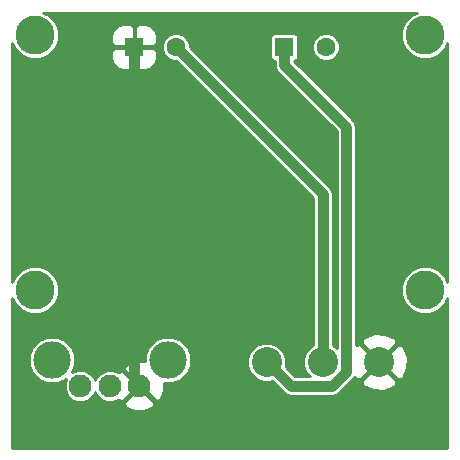
<source format=gbl>
G04 (created by PCBNEW (2013-mar-13)-testing) date Thu 23 Jan 2014 01:37:46 PM PST*
%MOIN*%
G04 Gerber Fmt 3.4, Leading zero omitted, Abs format*
%FSLAX34Y34*%
G01*
G70*
G90*
G04 APERTURE LIST*
%ADD10C,0.005906*%
%ADD11R,0.063000X0.063000*%
%ADD12C,0.063000*%
%ADD13C,0.076000*%
%ADD14C,0.125000*%
%ADD15C,0.100000*%
%ADD16C,0.130000*%
%ADD17C,0.035000*%
%ADD18C,0.010000*%
G04 APERTURE END LIST*
G54D10*
G54D11*
X14311Y-11400D03*
G54D12*
X15689Y-11400D03*
G54D11*
X19311Y-11400D03*
G54D12*
X20689Y-11400D03*
G54D13*
X12516Y-22700D03*
X13500Y-22700D03*
X14484Y-22700D03*
G54D14*
X11570Y-21834D03*
X15430Y-21834D03*
G54D15*
X18730Y-21900D03*
X20600Y-21900D03*
X22470Y-21900D03*
G54D16*
X11000Y-19500D03*
X24000Y-11000D03*
X11000Y-11000D03*
X24000Y-19500D03*
G54D17*
X19530Y-22700D02*
X18730Y-21900D01*
X20915Y-22700D02*
X19530Y-22700D01*
X21377Y-22237D02*
X20915Y-22700D01*
X21377Y-14057D02*
X21377Y-22237D01*
X19310Y-11990D02*
X21377Y-14057D01*
X19310Y-11400D02*
X19310Y-11990D01*
X14310Y-22526D02*
X14484Y-22700D01*
X14310Y-11400D02*
X14310Y-22526D01*
X20600Y-16310D02*
X15689Y-11400D01*
X20600Y-21900D02*
X20600Y-16310D01*
G54D10*
G36*
X24750Y-24750D02*
X23422Y-24750D01*
X23422Y-21723D01*
X23282Y-21372D01*
X23268Y-21351D01*
X23092Y-21312D01*
X23057Y-21347D01*
X23057Y-21277D01*
X23018Y-21101D01*
X22671Y-20952D01*
X22293Y-20947D01*
X21942Y-21087D01*
X21921Y-21101D01*
X21882Y-21277D01*
X22470Y-21864D01*
X23057Y-21277D01*
X23057Y-21347D01*
X22505Y-21900D01*
X23092Y-22487D01*
X23268Y-22448D01*
X23417Y-22101D01*
X23422Y-21723D01*
X23422Y-24750D01*
X23057Y-24750D01*
X23057Y-22522D01*
X22470Y-21935D01*
X22434Y-21970D01*
X22434Y-21900D01*
X21847Y-21312D01*
X21702Y-21344D01*
X21702Y-14057D01*
X21702Y-14057D01*
X21702Y-14057D01*
X21678Y-13932D01*
X21607Y-13827D01*
X21607Y-13827D01*
X21607Y-13827D01*
X21154Y-13373D01*
X21154Y-11307D01*
X21083Y-11136D01*
X20952Y-11006D01*
X20781Y-10935D01*
X20596Y-10934D01*
X20425Y-11005D01*
X20295Y-11136D01*
X20224Y-11307D01*
X20223Y-11492D01*
X20294Y-11663D01*
X20425Y-11793D01*
X20596Y-11864D01*
X20781Y-11865D01*
X20952Y-11794D01*
X21082Y-11663D01*
X21153Y-11492D01*
X21154Y-11307D01*
X21154Y-13373D01*
X19645Y-11865D01*
X19655Y-11865D01*
X19710Y-11842D01*
X19753Y-11799D01*
X19776Y-11744D01*
X19776Y-11685D01*
X19776Y-11055D01*
X19753Y-11000D01*
X19710Y-10957D01*
X19655Y-10935D01*
X19596Y-10935D01*
X18966Y-10935D01*
X18911Y-10957D01*
X18868Y-11000D01*
X18846Y-11055D01*
X18846Y-11114D01*
X18846Y-11744D01*
X18868Y-11799D01*
X18911Y-11842D01*
X18966Y-11865D01*
X18985Y-11865D01*
X18985Y-11990D01*
X19010Y-12114D01*
X19081Y-12219D01*
X21052Y-14191D01*
X21052Y-21433D01*
X20968Y-21349D01*
X20925Y-21331D01*
X20925Y-16310D01*
X20925Y-16310D01*
X20925Y-16310D01*
X20900Y-16186D01*
X20829Y-16081D01*
X20829Y-16081D01*
X20829Y-16081D01*
X16153Y-11405D01*
X16154Y-11307D01*
X16083Y-11136D01*
X15952Y-11006D01*
X15781Y-10935D01*
X15596Y-10934D01*
X15425Y-11005D01*
X15295Y-11136D01*
X15224Y-11307D01*
X15223Y-11492D01*
X15294Y-11663D01*
X15425Y-11793D01*
X15596Y-11864D01*
X15694Y-11865D01*
X20275Y-16445D01*
X20275Y-21330D01*
X20232Y-21348D01*
X20049Y-21531D01*
X19950Y-21770D01*
X19949Y-22028D01*
X20048Y-22267D01*
X20155Y-22375D01*
X19664Y-22375D01*
X19362Y-22072D01*
X19379Y-22029D01*
X19380Y-21771D01*
X19281Y-21532D01*
X19098Y-21349D01*
X18859Y-21250D01*
X18601Y-21249D01*
X18362Y-21348D01*
X18179Y-21531D01*
X18080Y-21770D01*
X18079Y-22028D01*
X18178Y-22267D01*
X18361Y-22450D01*
X18600Y-22549D01*
X18858Y-22550D01*
X18902Y-22532D01*
X19300Y-22929D01*
X19405Y-23000D01*
X19530Y-23025D01*
X19530Y-23025D01*
X19530Y-23025D01*
X20915Y-23025D01*
X21039Y-23000D01*
X21039Y-23000D01*
X21144Y-22929D01*
X21607Y-22467D01*
X21648Y-22405D01*
X21657Y-22427D01*
X21671Y-22448D01*
X21847Y-22487D01*
X22434Y-21900D01*
X22434Y-21970D01*
X21882Y-22522D01*
X21921Y-22698D01*
X22268Y-22847D01*
X22646Y-22852D01*
X22997Y-22712D01*
X23018Y-22698D01*
X23057Y-22522D01*
X23057Y-24750D01*
X16205Y-24750D01*
X16205Y-21680D01*
X16087Y-21395D01*
X15869Y-21177D01*
X15584Y-21059D01*
X15276Y-21058D01*
X15076Y-21141D01*
X15076Y-11804D01*
X15076Y-11625D01*
X15076Y-11537D01*
X15076Y-11262D01*
X15076Y-11174D01*
X15076Y-10995D01*
X15007Y-10830D01*
X14880Y-10703D01*
X14715Y-10635D01*
X14448Y-10635D01*
X14336Y-10747D01*
X14336Y-11375D01*
X14963Y-11375D01*
X15076Y-11262D01*
X15076Y-11537D01*
X14963Y-11425D01*
X14336Y-11425D01*
X14336Y-12052D01*
X14448Y-12165D01*
X14715Y-12165D01*
X14880Y-12096D01*
X15007Y-11969D01*
X15076Y-11804D01*
X15076Y-21141D01*
X14991Y-21176D01*
X14773Y-21394D01*
X14655Y-21679D01*
X14654Y-21871D01*
X14326Y-21868D01*
X14286Y-21884D01*
X14286Y-12052D01*
X14286Y-11425D01*
X14286Y-11375D01*
X14286Y-10747D01*
X14173Y-10635D01*
X13906Y-10635D01*
X13741Y-10703D01*
X13614Y-10830D01*
X13546Y-10995D01*
X13546Y-11174D01*
X13546Y-11262D01*
X13658Y-11375D01*
X14286Y-11375D01*
X14286Y-11425D01*
X13658Y-11425D01*
X13546Y-11537D01*
X13546Y-11625D01*
X13546Y-11804D01*
X13614Y-11969D01*
X13741Y-12096D01*
X13906Y-12165D01*
X14173Y-12165D01*
X14286Y-12052D01*
X14286Y-21884D01*
X14020Y-21991D01*
X14007Y-22000D01*
X13983Y-22163D01*
X14484Y-22664D01*
X14489Y-22659D01*
X14524Y-22694D01*
X14519Y-22700D01*
X15020Y-23200D01*
X15183Y-23176D01*
X15312Y-22873D01*
X15314Y-22608D01*
X15583Y-22609D01*
X15868Y-22491D01*
X16086Y-22273D01*
X16204Y-21988D01*
X16205Y-21680D01*
X16205Y-24750D01*
X14984Y-24750D01*
X14984Y-23236D01*
X14484Y-22735D01*
X14448Y-22770D01*
X14448Y-22700D01*
X13947Y-22199D01*
X13784Y-22223D01*
X13777Y-22241D01*
X13605Y-22170D01*
X13395Y-22169D01*
X13200Y-22250D01*
X13050Y-22399D01*
X13007Y-22502D01*
X12965Y-22400D01*
X12816Y-22250D01*
X12621Y-22170D01*
X12411Y-22169D01*
X12240Y-22240D01*
X12344Y-21988D01*
X12345Y-21680D01*
X12227Y-21395D01*
X12009Y-21177D01*
X11724Y-21059D01*
X11416Y-21058D01*
X11131Y-21176D01*
X10913Y-21394D01*
X10795Y-21679D01*
X10794Y-21987D01*
X10912Y-22272D01*
X11130Y-22490D01*
X11415Y-22608D01*
X11723Y-22609D01*
X12008Y-22491D01*
X12043Y-22456D01*
X11986Y-22594D01*
X11985Y-22804D01*
X12066Y-22999D01*
X12215Y-23149D01*
X12410Y-23229D01*
X12620Y-23230D01*
X12815Y-23149D01*
X12965Y-23000D01*
X13008Y-22897D01*
X13050Y-22999D01*
X13199Y-23149D01*
X13394Y-23229D01*
X13604Y-23230D01*
X13774Y-23160D01*
X13775Y-23163D01*
X13784Y-23176D01*
X13947Y-23200D01*
X14448Y-22700D01*
X14448Y-22770D01*
X13983Y-23236D01*
X14007Y-23399D01*
X14310Y-23528D01*
X14641Y-23531D01*
X14947Y-23408D01*
X14960Y-23399D01*
X14984Y-23236D01*
X14984Y-24750D01*
X10250Y-24750D01*
X10250Y-19779D01*
X10321Y-19952D01*
X10546Y-20177D01*
X10840Y-20299D01*
X11158Y-20300D01*
X11452Y-20178D01*
X11677Y-19953D01*
X11799Y-19659D01*
X11800Y-19341D01*
X11678Y-19047D01*
X11453Y-18822D01*
X11159Y-18700D01*
X10841Y-18699D01*
X10547Y-18821D01*
X10322Y-19046D01*
X10250Y-19220D01*
X10250Y-11279D01*
X10321Y-11452D01*
X10546Y-11677D01*
X10840Y-11799D01*
X11158Y-11800D01*
X11452Y-11678D01*
X11677Y-11453D01*
X11799Y-11159D01*
X11800Y-10841D01*
X11678Y-10547D01*
X11453Y-10322D01*
X11279Y-10250D01*
X23720Y-10250D01*
X23547Y-10321D01*
X23322Y-10546D01*
X23200Y-10840D01*
X23199Y-11158D01*
X23321Y-11452D01*
X23546Y-11677D01*
X23840Y-11799D01*
X24158Y-11800D01*
X24452Y-11678D01*
X24677Y-11453D01*
X24750Y-11279D01*
X24750Y-19220D01*
X24678Y-19047D01*
X24453Y-18822D01*
X24159Y-18700D01*
X23841Y-18699D01*
X23547Y-18821D01*
X23322Y-19046D01*
X23200Y-19340D01*
X23199Y-19658D01*
X23321Y-19952D01*
X23546Y-20177D01*
X23840Y-20299D01*
X24158Y-20300D01*
X24452Y-20178D01*
X24677Y-19953D01*
X24750Y-19779D01*
X24750Y-24750D01*
X24750Y-24750D01*
G37*
G54D18*
X24750Y-24750D02*
X23422Y-24750D01*
X23422Y-21723D01*
X23282Y-21372D01*
X23268Y-21351D01*
X23092Y-21312D01*
X23057Y-21347D01*
X23057Y-21277D01*
X23018Y-21101D01*
X22671Y-20952D01*
X22293Y-20947D01*
X21942Y-21087D01*
X21921Y-21101D01*
X21882Y-21277D01*
X22470Y-21864D01*
X23057Y-21277D01*
X23057Y-21347D01*
X22505Y-21900D01*
X23092Y-22487D01*
X23268Y-22448D01*
X23417Y-22101D01*
X23422Y-21723D01*
X23422Y-24750D01*
X23057Y-24750D01*
X23057Y-22522D01*
X22470Y-21935D01*
X22434Y-21970D01*
X22434Y-21900D01*
X21847Y-21312D01*
X21702Y-21344D01*
X21702Y-14057D01*
X21702Y-14057D01*
X21702Y-14057D01*
X21678Y-13932D01*
X21607Y-13827D01*
X21607Y-13827D01*
X21607Y-13827D01*
X21154Y-13373D01*
X21154Y-11307D01*
X21083Y-11136D01*
X20952Y-11006D01*
X20781Y-10935D01*
X20596Y-10934D01*
X20425Y-11005D01*
X20295Y-11136D01*
X20224Y-11307D01*
X20223Y-11492D01*
X20294Y-11663D01*
X20425Y-11793D01*
X20596Y-11864D01*
X20781Y-11865D01*
X20952Y-11794D01*
X21082Y-11663D01*
X21153Y-11492D01*
X21154Y-11307D01*
X21154Y-13373D01*
X19645Y-11865D01*
X19655Y-11865D01*
X19710Y-11842D01*
X19753Y-11799D01*
X19776Y-11744D01*
X19776Y-11685D01*
X19776Y-11055D01*
X19753Y-11000D01*
X19710Y-10957D01*
X19655Y-10935D01*
X19596Y-10935D01*
X18966Y-10935D01*
X18911Y-10957D01*
X18868Y-11000D01*
X18846Y-11055D01*
X18846Y-11114D01*
X18846Y-11744D01*
X18868Y-11799D01*
X18911Y-11842D01*
X18966Y-11865D01*
X18985Y-11865D01*
X18985Y-11990D01*
X19010Y-12114D01*
X19081Y-12219D01*
X21052Y-14191D01*
X21052Y-21433D01*
X20968Y-21349D01*
X20925Y-21331D01*
X20925Y-16310D01*
X20925Y-16310D01*
X20925Y-16310D01*
X20900Y-16186D01*
X20829Y-16081D01*
X20829Y-16081D01*
X20829Y-16081D01*
X16153Y-11405D01*
X16154Y-11307D01*
X16083Y-11136D01*
X15952Y-11006D01*
X15781Y-10935D01*
X15596Y-10934D01*
X15425Y-11005D01*
X15295Y-11136D01*
X15224Y-11307D01*
X15223Y-11492D01*
X15294Y-11663D01*
X15425Y-11793D01*
X15596Y-11864D01*
X15694Y-11865D01*
X20275Y-16445D01*
X20275Y-21330D01*
X20232Y-21348D01*
X20049Y-21531D01*
X19950Y-21770D01*
X19949Y-22028D01*
X20048Y-22267D01*
X20155Y-22375D01*
X19664Y-22375D01*
X19362Y-22072D01*
X19379Y-22029D01*
X19380Y-21771D01*
X19281Y-21532D01*
X19098Y-21349D01*
X18859Y-21250D01*
X18601Y-21249D01*
X18362Y-21348D01*
X18179Y-21531D01*
X18080Y-21770D01*
X18079Y-22028D01*
X18178Y-22267D01*
X18361Y-22450D01*
X18600Y-22549D01*
X18858Y-22550D01*
X18902Y-22532D01*
X19300Y-22929D01*
X19405Y-23000D01*
X19530Y-23025D01*
X19530Y-23025D01*
X19530Y-23025D01*
X20915Y-23025D01*
X21039Y-23000D01*
X21039Y-23000D01*
X21144Y-22929D01*
X21607Y-22467D01*
X21648Y-22405D01*
X21657Y-22427D01*
X21671Y-22448D01*
X21847Y-22487D01*
X22434Y-21900D01*
X22434Y-21970D01*
X21882Y-22522D01*
X21921Y-22698D01*
X22268Y-22847D01*
X22646Y-22852D01*
X22997Y-22712D01*
X23018Y-22698D01*
X23057Y-22522D01*
X23057Y-24750D01*
X16205Y-24750D01*
X16205Y-21680D01*
X16087Y-21395D01*
X15869Y-21177D01*
X15584Y-21059D01*
X15276Y-21058D01*
X15076Y-21141D01*
X15076Y-11804D01*
X15076Y-11625D01*
X15076Y-11537D01*
X15076Y-11262D01*
X15076Y-11174D01*
X15076Y-10995D01*
X15007Y-10830D01*
X14880Y-10703D01*
X14715Y-10635D01*
X14448Y-10635D01*
X14336Y-10747D01*
X14336Y-11375D01*
X14963Y-11375D01*
X15076Y-11262D01*
X15076Y-11537D01*
X14963Y-11425D01*
X14336Y-11425D01*
X14336Y-12052D01*
X14448Y-12165D01*
X14715Y-12165D01*
X14880Y-12096D01*
X15007Y-11969D01*
X15076Y-11804D01*
X15076Y-21141D01*
X14991Y-21176D01*
X14773Y-21394D01*
X14655Y-21679D01*
X14654Y-21871D01*
X14326Y-21868D01*
X14286Y-21884D01*
X14286Y-12052D01*
X14286Y-11425D01*
X14286Y-11375D01*
X14286Y-10747D01*
X14173Y-10635D01*
X13906Y-10635D01*
X13741Y-10703D01*
X13614Y-10830D01*
X13546Y-10995D01*
X13546Y-11174D01*
X13546Y-11262D01*
X13658Y-11375D01*
X14286Y-11375D01*
X14286Y-11425D01*
X13658Y-11425D01*
X13546Y-11537D01*
X13546Y-11625D01*
X13546Y-11804D01*
X13614Y-11969D01*
X13741Y-12096D01*
X13906Y-12165D01*
X14173Y-12165D01*
X14286Y-12052D01*
X14286Y-21884D01*
X14020Y-21991D01*
X14007Y-22000D01*
X13983Y-22163D01*
X14484Y-22664D01*
X14489Y-22659D01*
X14524Y-22694D01*
X14519Y-22700D01*
X15020Y-23200D01*
X15183Y-23176D01*
X15312Y-22873D01*
X15314Y-22608D01*
X15583Y-22609D01*
X15868Y-22491D01*
X16086Y-22273D01*
X16204Y-21988D01*
X16205Y-21680D01*
X16205Y-24750D01*
X14984Y-24750D01*
X14984Y-23236D01*
X14484Y-22735D01*
X14448Y-22770D01*
X14448Y-22700D01*
X13947Y-22199D01*
X13784Y-22223D01*
X13777Y-22241D01*
X13605Y-22170D01*
X13395Y-22169D01*
X13200Y-22250D01*
X13050Y-22399D01*
X13007Y-22502D01*
X12965Y-22400D01*
X12816Y-22250D01*
X12621Y-22170D01*
X12411Y-22169D01*
X12240Y-22240D01*
X12344Y-21988D01*
X12345Y-21680D01*
X12227Y-21395D01*
X12009Y-21177D01*
X11724Y-21059D01*
X11416Y-21058D01*
X11131Y-21176D01*
X10913Y-21394D01*
X10795Y-21679D01*
X10794Y-21987D01*
X10912Y-22272D01*
X11130Y-22490D01*
X11415Y-22608D01*
X11723Y-22609D01*
X12008Y-22491D01*
X12043Y-22456D01*
X11986Y-22594D01*
X11985Y-22804D01*
X12066Y-22999D01*
X12215Y-23149D01*
X12410Y-23229D01*
X12620Y-23230D01*
X12815Y-23149D01*
X12965Y-23000D01*
X13008Y-22897D01*
X13050Y-22999D01*
X13199Y-23149D01*
X13394Y-23229D01*
X13604Y-23230D01*
X13774Y-23160D01*
X13775Y-23163D01*
X13784Y-23176D01*
X13947Y-23200D01*
X14448Y-22700D01*
X14448Y-22770D01*
X13983Y-23236D01*
X14007Y-23399D01*
X14310Y-23528D01*
X14641Y-23531D01*
X14947Y-23408D01*
X14960Y-23399D01*
X14984Y-23236D01*
X14984Y-24750D01*
X10250Y-24750D01*
X10250Y-19779D01*
X10321Y-19952D01*
X10546Y-20177D01*
X10840Y-20299D01*
X11158Y-20300D01*
X11452Y-20178D01*
X11677Y-19953D01*
X11799Y-19659D01*
X11800Y-19341D01*
X11678Y-19047D01*
X11453Y-18822D01*
X11159Y-18700D01*
X10841Y-18699D01*
X10547Y-18821D01*
X10322Y-19046D01*
X10250Y-19220D01*
X10250Y-11279D01*
X10321Y-11452D01*
X10546Y-11677D01*
X10840Y-11799D01*
X11158Y-11800D01*
X11452Y-11678D01*
X11677Y-11453D01*
X11799Y-11159D01*
X11800Y-10841D01*
X11678Y-10547D01*
X11453Y-10322D01*
X11279Y-10250D01*
X23720Y-10250D01*
X23547Y-10321D01*
X23322Y-10546D01*
X23200Y-10840D01*
X23199Y-11158D01*
X23321Y-11452D01*
X23546Y-11677D01*
X23840Y-11799D01*
X24158Y-11800D01*
X24452Y-11678D01*
X24677Y-11453D01*
X24750Y-11279D01*
X24750Y-19220D01*
X24678Y-19047D01*
X24453Y-18822D01*
X24159Y-18700D01*
X23841Y-18699D01*
X23547Y-18821D01*
X23322Y-19046D01*
X23200Y-19340D01*
X23199Y-19658D01*
X23321Y-19952D01*
X23546Y-20177D01*
X23840Y-20299D01*
X24158Y-20300D01*
X24452Y-20178D01*
X24677Y-19953D01*
X24750Y-19779D01*
X24750Y-24750D01*
M02*

</source>
